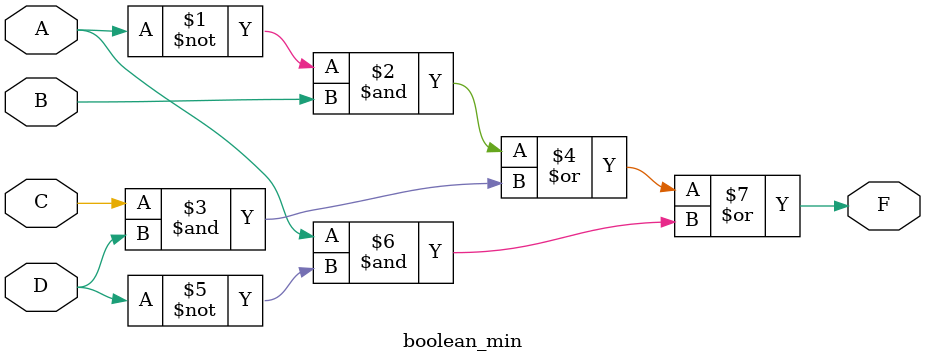
<source format=v>

module boolean_min (
    input  wire A,
    input  wire B,
    input  wire C,
    input  wire D,
    output wire F
);

assign F = (~A & B) | (C & D) | (A & ~D);

endmodule

</source>
